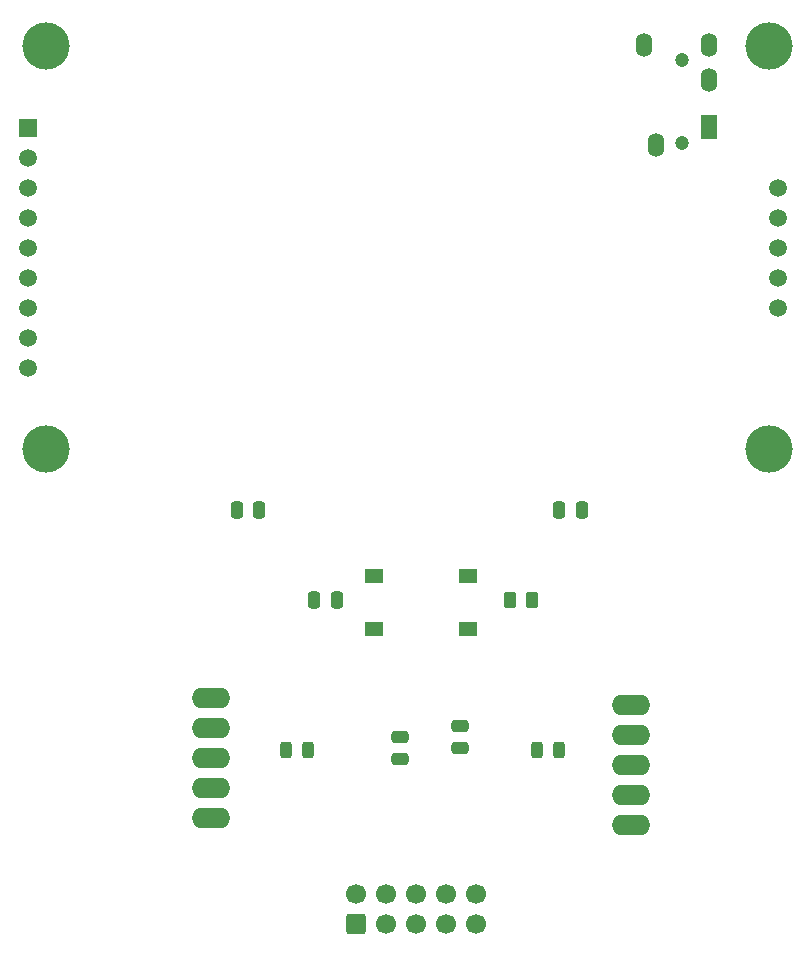
<source format=gbr>
%TF.GenerationSoftware,KiCad,Pcbnew,6.0.4-6f826c9f35~116~ubuntu18.04.1*%
%TF.CreationDate,2022-04-21T22:13:37-04:00*%
%TF.ProjectId,368project,33363870-726f-46a6-9563-742e6b696361,rev?*%
%TF.SameCoordinates,Original*%
%TF.FileFunction,Soldermask,Top*%
%TF.FilePolarity,Negative*%
%FSLAX46Y46*%
G04 Gerber Fmt 4.6, Leading zero omitted, Abs format (unit mm)*
G04 Created by KiCad (PCBNEW 6.0.4-6f826c9f35~116~ubuntu18.04.1) date 2022-04-21 22:13:37*
%MOMM*%
%LPD*%
G01*
G04 APERTURE LIST*
G04 Aperture macros list*
%AMRoundRect*
0 Rectangle with rounded corners*
0 $1 Rounding radius*
0 $2 $3 $4 $5 $6 $7 $8 $9 X,Y pos of 4 corners*
0 Add a 4 corners polygon primitive as box body*
4,1,4,$2,$3,$4,$5,$6,$7,$8,$9,$2,$3,0*
0 Add four circle primitives for the rounded corners*
1,1,$1+$1,$2,$3*
1,1,$1+$1,$4,$5*
1,1,$1+$1,$6,$7*
1,1,$1+$1,$8,$9*
0 Add four rect primitives between the rounded corners*
20,1,$1+$1,$2,$3,$4,$5,0*
20,1,$1+$1,$4,$5,$6,$7,0*
20,1,$1+$1,$6,$7,$8,$9,0*
20,1,$1+$1,$8,$9,$2,$3,0*%
G04 Aperture macros list end*
%ADD10C,4.000000*%
%ADD11R,1.500000X1.500000*%
%ADD12C,1.500000*%
%ADD13RoundRect,0.250000X-0.250000X-0.475000X0.250000X-0.475000X0.250000X0.475000X-0.250000X0.475000X0*%
%ADD14RoundRect,0.243750X-0.243750X-0.456250X0.243750X-0.456250X0.243750X0.456250X-0.243750X0.456250X0*%
%ADD15R,1.550000X1.300000*%
%ADD16RoundRect,0.250000X0.600000X-0.600000X0.600000X0.600000X-0.600000X0.600000X-0.600000X-0.600000X0*%
%ADD17C,1.700000*%
%ADD18RoundRect,0.250000X-0.262500X-0.450000X0.262500X-0.450000X0.262500X0.450000X-0.262500X0.450000X0*%
%ADD19O,3.251200X1.727200*%
%ADD20R,1.400000X2.000000*%
%ADD21O,1.400000X2.000000*%
%ADD22C,1.200000*%
%ADD23RoundRect,0.250000X-0.475000X0.250000X-0.475000X-0.250000X0.475000X-0.250000X0.475000X0.250000X0*%
G04 APERTURE END LIST*
D10*
%TO.C,U1*%
X112283000Y-96603000D03*
X173483000Y-62503000D03*
X112283000Y-62503000D03*
X173483000Y-96603000D03*
D11*
X110783000Y-69393000D03*
D12*
X110783000Y-71933000D03*
X110783000Y-74473000D03*
X110783000Y-77013000D03*
X110783000Y-79553000D03*
X110783000Y-82093000D03*
X110783000Y-84633000D03*
X110783000Y-87173000D03*
X110783000Y-89713000D03*
X174303000Y-74473000D03*
X174303000Y-77013000D03*
X174303000Y-79553000D03*
X174303000Y-82093000D03*
X174303000Y-84633000D03*
%TD*%
D13*
%TO.C,C5*%
X155760500Y-101778000D03*
X157660500Y-101778000D03*
%TD*%
%TO.C,C9*%
X135018487Y-109397999D03*
X136918487Y-109397999D03*
%TD*%
D14*
%TO.C,LD1*%
X132580500Y-122098000D03*
X134455500Y-122098000D03*
%TD*%
D15*
%TO.C,SW1*%
X140090833Y-107319816D03*
X148050833Y-107319816D03*
X140090833Y-111819816D03*
X148050833Y-111819816D03*
%TD*%
D16*
%TO.C,J2*%
X138562048Y-136820500D03*
D17*
X138562048Y-134280500D03*
X141102048Y-136820500D03*
X141102048Y-134280500D03*
X143642048Y-136820500D03*
X143642048Y-134280500D03*
X146182048Y-136820500D03*
X146182048Y-134280500D03*
X148722048Y-136820500D03*
X148722048Y-134280500D03*
%TD*%
D13*
%TO.C,C3*%
X128455500Y-101778000D03*
X130355500Y-101778000D03*
%TD*%
D18*
%TO.C,R3*%
X151605465Y-109397999D03*
X153430465Y-109397999D03*
%TD*%
D19*
%TO.C,JP2*%
X161790500Y-128448000D03*
X161790500Y-125908000D03*
X161790500Y-123368000D03*
X161790500Y-120828000D03*
X161790500Y-118288000D03*
%TD*%
%TO.C,JP1*%
X126230500Y-127813000D03*
X126230500Y-125273000D03*
X126230500Y-122733000D03*
X126230500Y-120193000D03*
X126230500Y-117653000D03*
%TD*%
D14*
%TO.C,LD2*%
X153868000Y-122098000D03*
X155743000Y-122098000D03*
%TD*%
D20*
%TO.C,J1*%
X168401803Y-69345242D03*
D21*
X163901803Y-70845242D03*
X168401803Y-62345242D03*
X168401803Y-65345242D03*
X162901803Y-62345242D03*
D22*
X166101803Y-70645242D03*
X166101803Y-63645242D03*
%TD*%
D23*
%TO.C,C1*%
X142240000Y-122870000D03*
X142240000Y-120970000D03*
%TD*%
%TO.C,C7*%
X147320000Y-121920000D03*
X147320000Y-120020000D03*
%TD*%
M02*

</source>
